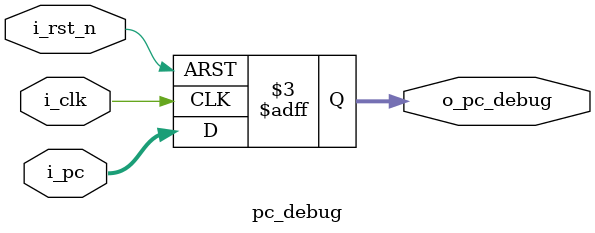
<source format=sv>
module pc_debug (
    input logic i_clk,             
    input logic i_rst_n,           
    input logic [31:0] i_pc,       
    output logic [31:0] o_pc_debug      
);

    always_ff @(posedge i_clk or negedge i_rst_n) begin
        if (!i_rst_n)              
            o_pc_debug <= 32'b0;   
        else
            o_pc_debug <= i_pc;              
    end

endmodule
</source>
